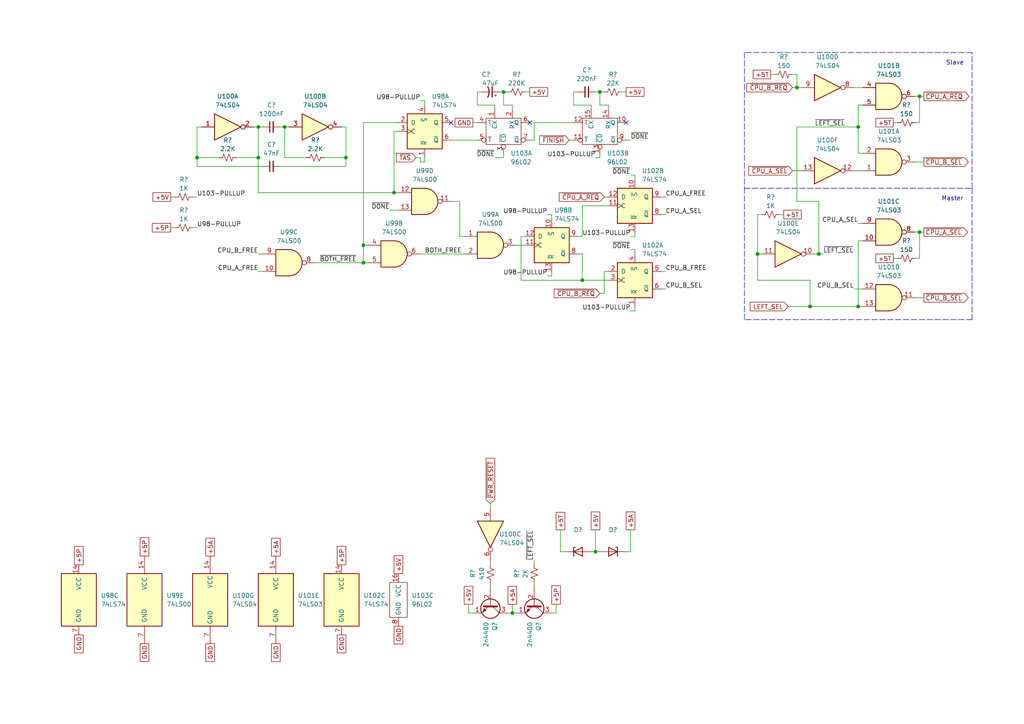
<source format=kicad_sch>
(kicad_sch (version 20211123) (generator eeschema)
  (paper "A4")
  (lib_symbols
    (symbol "74xx:74LS00" (pin_names (offset 1.016))
      (property "Reference" "U" (at 0 1.27 0))
      (property "Value" "74LS00" (at 0 -1.27 0))
      (symbol "74LS00_1_1"
        (arc (start 0 -3.81) (mid 3.81 0) (end 0 3.81) (stroke (width 0.254)) (fill (type background)))
        (polyline (pts (xy 0 3.81) (xy -3.81 3.81) (xy -3.81 -3.81) (xy 0 -3.81)) (stroke (width 0.254)) (fill (type background)))
        (pin input line (at -7.62 2.54 0) (length 3.81) (name "~") (number "1"))
        (pin input line (at -7.62 -2.54 0) (length 3.81) (name "~") (number "2"))
        (pin output inverted (at 7.62 0 180) (length 3.81) (name "~") (number "3"))
      )
      (symbol "74LS00_1_2"
        (arc (start -3.81 -3.81) (mid -2.589 0) (end -3.81 3.81) (stroke (width 0.254)))
        (arc (start -0.6096 -3.81) (mid 2.1842 -2.5851) (end 3.81 0) (stroke (width 0.254)) (fill (type background)))
        (polyline (pts (xy -3.81 -3.81) (xy -0.635 -3.81)) (stroke (width 0.254)) (fill (type background)))
        (polyline (pts (xy -3.81 3.81) (xy -0.635 3.81)) (stroke (width 0.254)) (fill (type background)))
        (polyline (pts (xy -0.635 3.81) (xy -3.81 3.81) (xy -3.81 3.81) (xy -3.556 3.4036) (xy -3.0226 2.2606) (xy -2.6924 1.0414) (xy -2.6162 -0.254) (xy -2.7686 -1.4986) (xy -3.175 -2.7178) (xy -3.81 -3.81) (xy -3.81 -3.81) (xy -0.635 -3.81)) (stroke (width -25.4)) (fill (type background)))
        (arc (start 3.81 0) (mid 2.1915 2.5936) (end -0.6096 3.81) (stroke (width 0.254)) (fill (type background)))
        (pin input inverted (at -7.62 2.54 0) (length 4.318) (name "~") (number "1"))
        (pin input inverted (at -7.62 -2.54 0) (length 4.318) (name "~") (number "2"))
        (pin output line (at 7.62 0 180) (length 3.81) (name "~") (number "3"))
      )
      (symbol "74LS00_2_1"
        (arc (start 0 -3.81) (mid 3.81 0) (end 0 3.81) (stroke (width 0.254)) (fill (type background)))
        (polyline (pts (xy 0 3.81) (xy -3.81 3.81) (xy -3.81 -3.81) (xy 0 -3.81)) (stroke (width 0.254)) (fill (type background)))
        (pin input line (at -7.62 2.54 0) (length 3.81) (name "~") (number "4"))
        (pin input line (at -7.62 -2.54 0) (length 3.81) (name "~") (number "5"))
        (pin output inverted (at 7.62 0 180) (length 3.81) (name "~") (number "6"))
      )
      (symbol "74LS00_2_2"
        (arc (start -3.81 -3.81) (mid -2.589 0) (end -3.81 3.81) (stroke (width 0.254)))
        (arc (start -0.6096 -3.81) (mid 2.1842 -2.5851) (end 3.81 0) (stroke (width 0.254)) (fill (type background)))
        (polyline (pts (xy -3.81 -3.81) (xy -0.635 -3.81)) (stroke (width 0.254)) (fill (type background)))
        (polyline (pts (xy -3.81 3.81) (xy -0.635 3.81)) (stroke (width 0.254)) (fill (type background)))
        (polyline (pts (xy -0.635 3.81) (xy -3.81 3.81) (xy -3.81 3.81) (xy -3.556 3.4036) (xy -3.0226 2.2606) (xy -2.6924 1.0414) (xy -2.6162 -0.254) (xy -2.7686 -1.4986) (xy -3.175 -2.7178) (xy -3.81 -3.81) (xy -3.81 -3.81) (xy -0.635 -3.81)) (stroke (width -25.4)) (fill (type background)))
        (arc (start 3.81 0) (mid 2.1915 2.5936) (end -0.6096 3.81) (stroke (width 0.254)) (fill (type background)))
        (pin input inverted (at -7.62 2.54 0) (length 4.318) (name "~") (number "4"))
        (pin input inverted (at -7.62 -2.54 0) (length 4.318) (name "~") (number "5"))
        (pin output line (at 7.62 0 180) (length 3.81) (name "~") (number "6"))
      )
      (symbol "74LS00_3_1"
        (arc (start 0 -3.81) (mid 3.81 0) (end 0 3.81) (stroke (width 0.254)) (fill (type background)))
        (polyline (pts (xy 0 3.81) (xy -3.81 3.81) (xy -3.81 -3.81) (xy 0 -3.81)) (stroke (width 0.254)) (fill (type background)))
        (pin input line (at -7.62 -2.54 0) (length 3.81) (name "~") (number "10"))
        (pin output inverted (at 7.62 0 180) (length 3.81) (name "~") (number "8"))
        (pin input line (at -7.62 2.54 0) (length 3.81) (name "~") (number "9"))
      )
      (symbol "74LS00_3_2"
        (arc (start -3.81 -3.81) (mid -2.589 0) (end -3.81 3.81) (stroke (width 0.254)))
        (arc (start -0.6096 -3.81) (mid 2.1842 -2.5851) (end 3.81 0) (stroke (width 0.254)) (fill (type background)))
        (polyline (pts (xy -3.81 -3.81) (xy -0.635 -3.81)) (stroke (width 0.254)) (fill (type background)))
        (polyline (pts (xy -3.81 3.81) (xy -0.635 3.81)) (stroke (width 0.254)) (fill (type background)))
        (polyline (pts (xy -0.635 3.81) (xy -3.81 3.81) (xy -3.81 3.81) (xy -3.556 3.4036) (xy -3.0226 2.2606) (xy -2.6924 1.0414) (xy -2.6162 -0.254) (xy -2.7686 -1.4986) (xy -3.175 -2.7178) (xy -3.81 -3.81) (xy -3.81 -3.81) (xy -0.635 -3.81)) (stroke (width -25.4)) (fill (type background)))
        (arc (start 3.81 0) (mid 2.1915 2.5936) (end -0.6096 3.81) (stroke (width 0.254)) (fill (type background)))
        (pin input inverted (at -7.62 -2.54 0) (length 4.318) (name "~") (number "10"))
        (pin output line (at 7.62 0 180) (length 3.81) (name "~") (number "8"))
        (pin input inverted (at -7.62 2.54 0) (length 4.318) (name "~") (number "9"))
      )
      (symbol "74LS00_4_1"
        (arc (start 0 -3.81) (mid 3.81 0) (end 0 3.81) (stroke (width 0.254)) (fill (type background)))
        (polyline (pts (xy 0 3.81) (xy -3.81 3.81) (xy -3.81 -3.81) (xy 0 -3.81)) (stroke (width 0.254)) (fill (type background)))
        (pin output inverted (at 7.62 0 180) (length 3.81) (name "~") (number "11"))
        (pin input line (at -7.62 2.54 0) (length 3.81) (name "~") (number "12"))
        (pin input line (at -7.62 -2.54 0) (length 3.81) (name "~") (number "13"))
      )
      (symbol "74LS00_4_2"
        (arc (start -3.81 -3.81) (mid -2.589 0) (end -3.81 3.81) (stroke (width 0.254)))
        (arc (start -0.6096 -3.81) (mid 2.1842 -2.5851) (end 3.81 0) (stroke (width 0.254)) (fill (type background)))
        (polyline (pts (xy -3.81 -3.81) (xy -0.635 -3.81)) (stroke (width 0.254)) (fill (type background)))
        (polyline (pts (xy -3.81 3.81) (xy -0.635 3.81)) (stroke (width 0.254)) (fill (type background)))
        (polyline (pts (xy -0.635 3.81) (xy -3.81 3.81) (xy -3.81 3.81) (xy -3.556 3.4036) (xy -3.0226 2.2606) (xy -2.6924 1.0414) (xy -2.6162 -0.254) (xy -2.7686 -1.4986) (xy -3.175 -2.7178) (xy -3.81 -3.81) (xy -3.81 -3.81) (xy -0.635 -3.81)) (stroke (width -25.4)) (fill (type background)))
        (arc (start 3.81 0) (mid 2.1915 2.5936) (end -0.6096 3.81) (stroke (width 0.254)) (fill (type background)))
        (pin output line (at 7.62 0 180) (length 3.81) (name "~") (number "11"))
        (pin input inverted (at -7.62 2.54 0) (length 4.318) (name "~") (number "12"))
        (pin input inverted (at -7.62 -2.54 0) (length 4.318) (name "~") (number "13"))
      )
      (symbol "74LS00_5_0"
        (pin power_in line (at 0 12.7 270) (length 5.08) (name "VCC") (number "14"))
        (pin power_in line (at 0 -12.7 90) (length 5.08) (name "GND") (number "7"))
      )
      (symbol "74LS00_5_1"
        (rectangle (start -5.08 7.62) (end 5.08 -7.62) (stroke (width 0.254)) (fill (type background)))
      )
    )
    (symbol "74xx:74LS03" (pin_names (offset 1.016))
      (property "Reference" "U" (at 0 1.27 0))
      (property "Value" "74LS03" (at 0 -1.27 0))
      (symbol "74LS03_1_1"
        (arc (start 0 -3.81) (mid 3.81 0) (end 0 3.81) (stroke (width 0.254)) (fill (type background)))
        (polyline (pts (xy 0 3.81) (xy -3.81 3.81) (xy -3.81 -3.81) (xy 0 -3.81)) (stroke (width 0.254)) (fill (type background)))
        (pin input line (at -7.62 2.54 0) (length 3.81) (name "~") (number "1"))
        (pin input line (at -7.62 -2.54 0) (length 3.81) (name "~") (number "2"))
        (pin open_collector inverted (at 7.62 0 180) (length 3.81) (name "~") (number "3"))
      )
      (symbol "74LS03_1_2"
        (arc (start -3.81 -3.81) (mid -2.589 0) (end -3.81 3.81) (stroke (width 0.254)))
        (arc (start -0.6096 -3.81) (mid 2.1842 -2.5851) (end 3.81 0) (stroke (width 0.254)) (fill (type background)))
        (polyline (pts (xy -3.81 -3.81) (xy -0.635 -3.81)) (stroke (width 0.254)) (fill (type background)))
        (polyline (pts (xy -3.81 3.81) (xy -0.635 3.81)) (stroke (width 0.254)) (fill (type background)))
        (polyline (pts (xy -0.635 3.81) (xy -3.81 3.81) (xy -3.81 3.81) (xy -3.556 3.4036) (xy -3.0226 2.2606) (xy -2.6924 1.0414) (xy -2.6162 -0.254) (xy -2.7686 -1.4986) (xy -3.175 -2.7178) (xy -3.81 -3.81) (xy -3.81 -3.81) (xy -0.635 -3.81)) (stroke (width -25.4)) (fill (type background)))
        (arc (start 3.81 0) (mid 2.1915 2.5936) (end -0.6096 3.81) (stroke (width 0.254)) (fill (type background)))
        (pin input inverted (at -7.62 2.54 0) (length 4.318) (name "~") (number "1"))
        (pin input inverted (at -7.62 -2.54 0) (length 4.318) (name "~") (number "2"))
        (pin open_collector line (at 7.62 0 180) (length 3.81) (name "~") (number "3"))
      )
      (symbol "74LS03_2_1"
        (arc (start 0 -3.81) (mid 3.81 0) (end 0 3.81) (stroke (width 0.254)) (fill (type background)))
        (polyline (pts (xy 0 3.81) (xy -3.81 3.81) (xy -3.81 -3.81) (xy 0 -3.81)) (stroke (width 0.254)) (fill (type background)))
        (pin input line (at -7.62 2.54 0) (length 3.81) (name "~") (number "4"))
        (pin input line (at -7.62 -2.54 0) (length 3.81) (name "~") (number "5"))
        (pin open_collector inverted (at 7.62 0 180) (length 3.81) (name "~") (number "6"))
      )
      (symbol "74LS03_2_2"
        (arc (start -3.81 -3.81) (mid -2.589 0) (end -3.81 3.81) (stroke (width 0.254)))
        (arc (start -0.6096 -3.81) (mid 2.1842 -2.5851) (end 3.81 0) (stroke (width 0.254)) (fill (type background)))
        (polyline (pts (xy -3.81 -3.81) (xy -0.635 -3.81)) (stroke (width 0.254)) (fill (type background)))
        (polyline (pts (xy -3.81 3.81) (xy -0.635 3.81)) (stroke (width 0.254)) (fill (type background)))
        (polyline (pts (xy -0.635 3.81) (xy -3.81 3.81) (xy -3.81 3.81) (xy -3.556 3.4036) (xy -3.0226 2.2606) (xy -2.6924 1.0414) (xy -2.6162 -0.254) (xy -2.7686 -1.4986) (xy -3.175 -2.7178) (xy -3.81 -3.81) (xy -3.81 -3.81) (xy -0.635 -3.81)) (stroke (width -25.4)) (fill (type background)))
        (arc (start 3.81 0) (mid 2.1915 2.5936) (end -0.6096 3.81) (stroke (width 0.254)) (fill (type background)))
        (pin input inverted (at -7.62 2.54 0) (length 4.318) (name "~") (number "4"))
        (pin input inverted (at -7.62 -2.54 0) (length 4.318) (name "~") (number "5"))
        (pin open_collector line (at 7.62 0 180) (length 3.81) (name "~") (number "6"))
      )
      (symbol "74LS03_3_1"
        (arc (start 0 -3.81) (mid 3.81 0) (end 0 3.81) (stroke (width 0.254)) (fill (type background)))
        (polyline (pts (xy 0 3.81) (xy -3.81 3.81) (xy -3.81 -3.81) (xy 0 -3.81)) (stroke (width 0.254)) (fill (type background)))
        (pin input line (at -7.62 -2.54 0) (length 3.81) (name "~") (number "10"))
        (pin open_collector inverted (at 7.62 0 180) (length 3.81) (name "~") (number "8"))
        (pin input line (at -7.62 2.54 0) (length 3.81) (name "~") (number "9"))
      )
      (symbol "74LS03_3_2"
        (arc (start -3.81 -3.81) (mid -2.589 0) (end -3.81 3.81) (stroke (width 0.254)))
        (arc (start -0.6096 -3.81) (mid 2.1842 -2.5851) (end 3.81 0) (stroke (width 0.254)) (fill (type background)))
        (polyline (pts (xy -3.81 -3.81) (xy -0.635 -3.81)) (stroke (width 0.254)) (fill (type background)))
        (polyline (pts (xy -3.81 3.81) (xy -0.635 3.81)) (stroke (width 0.254)) (fill (type background)))
        (polyline (pts (xy -0.635 3.81) (xy -3.81 3.81) (xy -3.81 3.81) (xy -3.556 3.4036) (xy -3.0226 2.2606) (xy -2.6924 1.0414) (xy -2.6162 -0.254) (xy -2.7686 -1.4986) (xy -3.175 -2.7178) (xy -3.81 -3.81) (xy -3.81 -3.81) (xy -0.635 -3.81)) (stroke (width -25.4)) (fill (type background)))
        (arc (start 3.81 0) (mid 2.1915 2.5936) (end -0.6096 3.81) (stroke (width 0.254)) (fill (type background)))
        (pin input inverted (at -7.62 -2.54 0) (length 4.318) (name "~") (number "10"))
        (pin open_collector line (at 7.62 0 180) (length 3.81) (name "~") (number "8"))
        (pin input inverted (at -7.62 2.54 0) (length 4.318) (name "~") (number "9"))
      )
      (symbol "74LS03_4_1"
        (arc (start 0 -3.81) (mid 3.81 0) (end 0 3.81) (stroke (width 0.254)) (fill (type background)))
        (polyline (pts (xy 0 3.81) (xy -3.81 3.81) (xy -3.81 -3.81) (xy 0 -3.81)) (stroke (width 0.254)) (fill (type background)))
        (pin open_collector inverted (at 7.62 0 180) (length 3.81) (name "~") (number "11"))
        (pin input line (at -7.62 2.54 0) (length 3.81) (name "~") (number "12"))
        (pin input line (at -7.62 -2.54 0) (length 3.81) (name "~") (number "13"))
      )
      (symbol "74LS03_4_2"
        (arc (start -3.81 -3.81) (mid -2.589 0) (end -3.81 3.81) (stroke (width 0.254)))
        (arc (start -0.6096 -3.81) (mid 2.1842 -2.5851) (end 3.81 0) (stroke (width 0.254)) (fill (type background)))
        (polyline (pts (xy -3.81 -3.81) (xy -0.635 -3.81)) (stroke (width 0.254)) (fill (type background)))
        (polyline (pts (xy -3.81 3.81) (xy -0.635 3.81)) (stroke (width 0.254)) (fill (type background)))
        (polyline (pts (xy -0.635 3.81) (xy -3.81 3.81) (xy -3.81 3.81) (xy -3.556 3.4036) (xy -3.0226 2.2606) (xy -2.6924 1.0414) (xy -2.6162 -0.254) (xy -2.7686 -1.4986) (xy -3.175 -2.7178) (xy -3.81 -3.81) (xy -3.81 -3.81) (xy -0.635 -3.81)) (stroke (width -25.4)) (fill (type background)))
        (arc (start 3.81 0) (mid 2.1915 2.5936) (end -0.6096 3.81) (stroke (width 0.254)) (fill (type background)))
        (pin open_collector line (at 7.62 0 180) (length 3.81) (name "~") (number "11"))
        (pin input inverted (at -7.62 2.54 0) (length 4.318) (name "~") (number "12"))
        (pin input inverted (at -7.62 -2.54 0) (length 4.318) (name "~") (number "13"))
      )
      (symbol "74LS03_5_0"
        (pin power_in line (at 0 12.7 270) (length 5.08) (name "VCC") (number "14"))
        (pin power_in line (at 0 -12.7 90) (length 5.08) (name "GND") (number "7"))
      )
      (symbol "74LS03_5_1"
        (rectangle (start -5.08 7.62) (end 5.08 -7.62) (stroke (width 0.254)) (fill (type background)))
      )
    )
    (symbol "74xx:74LS04"
      (property "Reference" "U" (at 0 1.27 0))
      (property "Value" "74LS04" (at 0 -1.27 0))
      (symbol "74LS04_1_0"
        (polyline (pts (xy -3.81 3.81) (xy -3.81 -3.81) (xy 3.81 0) (xy -3.81 3.81)) (stroke (width 0.254)) (fill (type background)))
        (pin input line (at -7.62 0 0) (length 3.81) (name "~") (number "1"))
        (pin output inverted (at 7.62 0 180) (length 3.81) (name "~") (number "2"))
      )
      (symbol "74LS04_2_0"
        (polyline (pts (xy -3.81 3.81) (xy -3.81 -3.81) (xy 3.81 0) (xy -3.81 3.81)) (stroke (width 0.254)) (fill (type background)))
        (pin input line (at -7.62 0 0) (length 3.81) (name "~") (number "3"))
        (pin output inverted (at 7.62 0 180) (length 3.81) (name "~") (number "4"))
      )
      (symbol "74LS04_3_0"
        (polyline (pts (xy -3.81 3.81) (xy -3.81 -3.81) (xy 3.81 0) (xy -3.81 3.81)) (stroke (width 0.254)) (fill (type background)))
        (pin input line (at -7.62 0 0) (length 3.81) (name "~") (number "5"))
        (pin output inverted (at 7.62 0 180) (length 3.81) (name "~") (number "6"))
      )
      (symbol "74LS04_4_0"
        (polyline (pts (xy -3.81 3.81) (xy -3.81 -3.81) (xy 3.81 0) (xy -3.81 3.81)) (stroke (width 0.254)) (fill (type background)))
        (pin output inverted (at 7.62 0 180) (length 3.81) (name "~") (number "8"))
        (pin input line (at -7.62 0 0) (length 3.81) (name "~") (number "9"))
      )
      (symbol "74LS04_5_0"
        (polyline (pts (xy -3.81 3.81) (xy -3.81 -3.81) (xy 3.81 0) (xy -3.81 3.81)) (stroke (width 0.254)) (fill (type background)))
        (pin output inverted (at 7.62 0 180) (length 3.81) (name "~") (number "10"))
        (pin input line (at -7.62 0 0) (length 3.81) (name "~") (number "11"))
      )
      (symbol "74LS04_6_0"
        (polyline (pts (xy -3.81 3.81) (xy -3.81 -3.81) (xy 3.81 0) (xy -3.81 3.81)) (stroke (width 0.254)) (fill (type background)))
        (pin output inverted (at 7.62 0 180) (length 3.81) (name "~") (number "12"))
        (pin input line (at -7.62 0 0) (length 3.81) (name "~") (number "13"))
      )
      (symbol "74LS04_7_0"
        (pin power_in line (at 0 12.7 270) (length 5.08) (name "VCC") (number "14"))
        (pin power_in line (at 0 -12.7 90) (length 5.08) (name "GND") (number "7"))
      )
      (symbol "74LS04_7_1"
        (rectangle (start -5.08 7.62) (end 5.08 -7.62) (stroke (width 0.254)) (fill (type background)))
      )
    )
    (symbol "74xx:74LS74" (pin_names (offset 1.016))
      (property "Reference" "U" (at -7.62 8.89 0))
      (property "Value" "74LS74" (at -7.62 -8.89 0))
      (symbol "74LS74_1_0"
        (pin input line (at 0 -7.62 90) (length 2.54) (name "~{R}") (number "1"))
        (pin input line (at -7.62 2.54 0) (length 2.54) (name "D") (number "2"))
        (pin input clock (at -7.62 0 0) (length 2.54) (name "C") (number "3"))
        (pin input line (at 0 7.62 270) (length 2.54) (name "~{S}") (number "4"))
        (pin output line (at 7.62 2.54 180) (length 2.54) (name "Q") (number "5"))
        (pin output line (at 7.62 -2.54 180) (length 2.54) (name "~{Q}") (number "6"))
      )
      (symbol "74LS74_1_1"
        (rectangle (start -5.08 5.08) (end 5.08 -5.08) (stroke (width 0.254)) (fill (type background)))
      )
      (symbol "74LS74_2_0"
        (pin input line (at 0 7.62 270) (length 2.54) (name "~{S}") (number "10"))
        (pin input clock (at -7.62 0 0) (length 2.54) (name "C") (number "11"))
        (pin input line (at -7.62 2.54 0) (length 2.54) (name "D") (number "12"))
        (pin input line (at 0 -7.62 90) (length 2.54) (name "~{R}") (number "13"))
        (pin output line (at 7.62 -2.54 180) (length 2.54) (name "~{Q}") (number "8"))
        (pin output line (at 7.62 2.54 180) (length 2.54) (name "Q") (number "9"))
      )
      (symbol "74LS74_2_1"
        (rectangle (start -5.08 5.08) (end 5.08 -5.08) (stroke (width 0.254)) (fill (type background)))
      )
      (symbol "74LS74_3_0"
        (pin power_in line (at 0 10.16 270) (length 2.54) (name "VCC") (number "14"))
        (pin power_in line (at 0 -10.16 90) (length 2.54) (name "GND") (number "7"))
      )
      (symbol "74LS74_3_1"
        (rectangle (start -5.08 7.62) (end 5.08 -7.62) (stroke (width 0.254)) (fill (type background)))
      )
    )
    (symbol "Data General:96L02"
      (property "Reference" "U" (at 3.81 6.35 0))
      (property "Value" "96L02" (at 6.35 -3.81 0))
      (symbol "96L02_1_1"
        (rectangle (start -5.08 5.08) (end 5.08 -2.54))
        (pin passive line (at -2.54 7.62 270) (length 2.54) (name "CX") (number "1"))
        (pin passive line (at 2.54 7.62 270) (length 2.54) (name "RX") (number "2"))
        (pin input inverted (at 0 -5.08 90) (length 2.54) (name "~{CD}") (number "3"))
        (pin input line (at -7.62 3.81 0) (length 2.54) (name "T") (number "4"))
        (pin input inverted (at -7.62 -1.27 0) (length 2.54) (name "~{T}") (number "5"))
        (pin output line (at 7.62 3.81 180) (length 2.54) (name "Q") (number "6"))
        (pin output inverted (at 7.62 -1.27 180) (length 2.54) (name "~{Q}") (number "7"))
      )
      (symbol "96L02_2_1"
        (rectangle (start -5.08 5.08) (end 5.08 -2.54))
        (pin output line (at 7.62 3.81 180) (length 2.54) (name "Q") (number "10"))
        (pin input inverted (at -7.62 -1.27 0) (length 2.54) (name "~{T}") (number "11"))
        (pin input line (at -7.62 3.81 0) (length 2.54) (name "T") (number "12"))
        (pin input inverted (at 0 -5.08 90) (length 2.54) (name "~{CD}") (number "13"))
        (pin passive line (at 2.54 7.62 270) (length 2.54) (name "RX") (number "14"))
        (pin passive line (at -2.54 7.62 270) (length 2.54) (name "CX") (number "15"))
        (pin output inverted (at 7.62 -1.27 180) (length 2.54) (name "~{Q}") (number "9"))
      )
      (symbol "96L02_3_1"
        (rectangle (start -2.54 5.08) (end 2.54 -5.08))
        (pin power_in line (at 0 7.62 270) (length 2.54) (name "VCC") (number "16"))
        (pin passive line (at 0 -7.62 90) (length 2.54) (name "GND") (number "8"))
      )
    )
    (symbol "Device:C_Polarized_Small_US" (pin_numbers hide) (pin_names (offset 0.254) hide)
      (property "Reference" "C" (at 0.254 1.778 0))
      (property "Value" "C_Polarized_Small_US" (at 0.254 -2.032 0))
      (symbol "C_Polarized_Small_US_0_1"
        (polyline (pts (xy -1.524 0.508) (xy 1.524 0.508)) (stroke (width 0.3048)))
        (polyline (pts (xy -1.27 1.524) (xy -0.762 1.524)))
        (polyline (pts (xy -1.016 1.27) (xy -1.016 1.778)))
        (arc (start 1.524 -0.762) (mid 0 -0.3734) (end -1.524 -0.762) (stroke (width 0.3048)))
      )
      (symbol "C_Polarized_Small_US_1_1"
        (pin passive line (at 0 2.54 270) (length 2.032) (name "~") (number "1"))
        (pin passive line (at 0 -2.54 90) (length 2.032) (name "~") (number "2"))
      )
    )
    (symbol "Device:C_Small" (pin_numbers hide) (pin_names (offset 0.254) hide)
      (property "Reference" "C" (at 0.254 1.778 0))
      (property "Value" "C_Small" (at 0.254 -2.032 0))
      (symbol "C_Small_0_1"
        (polyline (pts (xy -1.524 -0.508) (xy 1.524 -0.508)) (stroke (width 0.3302)))
        (polyline (pts (xy -1.524 0.508) (xy 1.524 0.508)) (stroke (width 0.3048)))
      )
      (symbol "C_Small_1_1"
        (pin passive line (at 0 2.54 270) (length 2.032) (name "~") (number "1"))
        (pin passive line (at 0 -2.54 90) (length 2.032) (name "~") (number "2"))
      )
    )
    (symbol "Device:D_Zener" (pin_numbers hide) (pin_names (offset 1.016) hide)
      (property "Reference" "D" (at 0 2.54 0))
      (property "Value" "D_Zener" (at 0 -2.54 0))
      (symbol "D_Zener_0_1"
        (polyline (pts (xy 1.27 0) (xy -1.27 0)))
        (polyline (pts (xy -1.27 -1.27) (xy -1.27 1.27) (xy -0.762 1.27)) (stroke (width 0.254)))
        (polyline (pts (xy 1.27 -1.27) (xy 1.27 1.27) (xy -1.27 0) (xy 1.27 -1.27)) (stroke (width 0.254)))
      )
      (symbol "D_Zener_1_1"
        (pin passive line (at -3.81 0 0) (length 2.54) (name "K") (number "1"))
        (pin passive line (at 3.81 0 180) (length 2.54) (name "A") (number "2"))
      )
    )
    (symbol "Device:Q_NPN_EBC" (pin_names (offset 0) hide)
      (property "Reference" "Q" (at 5.08 1.27 0))
      (property "Value" "Q_NPN_EBC" (at 5.08 -1.27 0))
      (symbol "Q_NPN_EBC_0_1"
        (polyline (pts (xy 0.635 0.635) (xy 2.54 2.54)))
        (polyline (pts (xy 0.635 -0.635) (xy 2.54 -2.54) (xy 2.54 -2.54)))
        (polyline (pts (xy 0.635 1.905) (xy 0.635 -1.905) (xy 0.635 -1.905)) (stroke (width 0.508)))
        (polyline (pts (xy 1.27 -1.778) (xy 1.778 -1.27) (xy 2.286 -2.286) (xy 1.27 -1.778) (xy 1.27 -1.778)) (fill (type outline)))
        (circle (center 1.27 0) (radius 2.8194) (stroke (width 0.254)))
      )
      (symbol "Q_NPN_EBC_1_1"
        (pin passive line (at 2.54 -5.08 90) (length 2.54) (name "E") (number "1"))
        (pin passive line (at -5.08 0 0) (length 5.715) (name "B") (number "2"))
        (pin passive line (at 2.54 5.08 270) (length 2.54) (name "C") (number "3"))
      )
    )
    (symbol "Device:R_Small_US" (pin_numbers hide) (pin_names (offset 0.254) hide)
      (property "Reference" "R" (at 0.762 0.508 0))
      (property "Value" "R_Small_US" (at 0.762 -1.016 0))
      (symbol "R_Small_US_1_1"
        (polyline (pts (xy 0 0) (xy 1.016 -0.381) (xy 0 -0.762) (xy -1.016 -1.143) (xy 0 -1.524)))
        (polyline (pts (xy 0 1.524) (xy 1.016 1.143) (xy 0 0.762) (xy -1.016 0.381) (xy 0 0)))
        (pin passive line (at 0 2.54 270) (length 1.016) (name "~") (number "1"))
        (pin passive line (at 0 -2.54 90) (length 1.016) (name "~") (number "2"))
      )
    )
  )
  (junction (at 74.93 45.72))
  (junction (at 168.91 81.28))
  (junction (at 146.05 26.67))
  (junction (at 82.55 36.83))
  (junction (at 248.92 88.9))
  (junction (at 114.3 55.88))
  (junction (at 172.72 160.02))
  (junction (at 234.95 88.9))
  (junction (at 231.14 25.4))
  (junction (at 248.92 36.83))
  (junction (at 173.99 26.67))
  (junction (at 105.41 71.12))
  (junction (at 266.7 67.31))
  (junction (at 74.93 36.83))
  (junction (at 237.49 73.66))
  (junction (at 100.33 45.72))
  (junction (at 266.7 27.94))
  (junction (at 219.71 73.66))
  (junction (at 57.15 45.72))
  (junction (at 105.41 76.2))
  (junction (at 148.59 177.8))
  (no_connect (at 181.61 35.56))
  (no_connect (at 130.81 35.56))
  (no_connect (at 153.67 35.56))
  (wire (pts (xy 191.77 57.15) (xy 193.04 57.15)))
  (wire (pts (xy 158.75 80.01) (xy 160.02 80.01)))
  (wire (pts (xy 146.05 30.48) (xy 148.59 30.48)))
  (wire (pts (xy 229.87 25.4) (xy 231.14 25.4)))
  (wire (pts (xy 191.77 62.23) (xy 193.04 62.23)))
  (wire (pts (xy 265.43 74.93) (xy 266.7 74.93)))
  (wire (pts (xy 63.5 45.72) (xy 57.15 45.72)))
  (wire (pts (xy 248.92 88.9) (xy 250.19 88.9)))
  (polyline (pts (xy 215.9 92.71) (xy 215.9 54.61)))
  (wire (pts (xy 223.52 21.59) (xy 224.79 21.59)))
  (wire (pts (xy 57.15 36.83) (xy 58.42 36.83)))
  (wire (pts (xy 162.56 153.67) (xy 162.56 160.02)))
  (wire (pts (xy 219.71 73.66) (xy 219.71 81.28)))
  (wire (pts (xy 182.88 40.64) (xy 181.61 40.64)))
  (wire (pts (xy 73.66 36.83) (xy 74.93 36.83)))
  (wire (pts (xy 247.65 25.4) (xy 250.19 25.4)))
  (wire (pts (xy 267.97 86.36) (xy 265.43 86.36)))
  (wire (pts (xy 154.94 162.56) (xy 154.94 163.83)))
  (wire (pts (xy 160.02 80.01) (xy 160.02 78.74)))
  (wire (pts (xy 105.41 76.2) (xy 106.68 76.2)))
  (wire (pts (xy 135.89 177.8) (xy 135.89 175.26)))
  (wire (pts (xy 146.05 45.72) (xy 143.51 45.72)))
  (wire (pts (xy 182.88 160.02) (xy 181.61 160.02)))
  (wire (pts (xy 228.6 88.9) (xy 234.95 88.9)))
  (wire (pts (xy 151.13 81.28) (xy 151.13 68.58)))
  (wire (pts (xy 151.13 68.58) (xy 152.4 68.58)))
  (wire (pts (xy 142.24 146.05) (xy 142.24 147.32)))
  (wire (pts (xy 231.14 58.42) (xy 231.14 36.83)))
  (wire (pts (xy 74.93 45.72) (xy 74.93 55.88)))
  (polyline (pts (xy 281.94 54.61) (xy 281.94 92.71)))
  (wire (pts (xy 114.3 38.1) (xy 115.57 38.1)))
  (wire (pts (xy 146.05 44.45) (xy 146.05 45.72)))
  (wire (pts (xy 99.06 36.83) (xy 100.33 36.83)))
  (wire (pts (xy 184.15 72.39) (xy 184.15 73.66)))
  (polyline (pts (xy 281.94 15.24) (xy 215.9 15.24)))
  (wire (pts (xy 173.99 160.02) (xy 172.72 160.02)))
  (polyline (pts (xy 215.9 54.61) (xy 281.94 54.61)))
  (wire (pts (xy 191.77 78.74) (xy 193.04 78.74)))
  (wire (pts (xy 55.88 66.04) (xy 57.15 66.04)))
  (wire (pts (xy 266.7 74.93) (xy 266.7 67.31)))
  (wire (pts (xy 248.92 69.85) (xy 250.19 69.85)))
  (wire (pts (xy 153.67 40.64) (xy 154.94 40.64)))
  (wire (pts (xy 158.75 62.23) (xy 160.02 62.23)))
  (wire (pts (xy 266.7 67.31) (xy 265.43 67.31)))
  (wire (pts (xy 167.64 73.66) (xy 168.91 73.66)))
  (wire (pts (xy 74.93 36.83) (xy 74.93 45.72)))
  (wire (pts (xy 143.51 30.48) (xy 143.51 31.75)))
  (wire (pts (xy 168.91 81.28) (xy 151.13 81.28)))
  (wire (pts (xy 143.51 30.48) (xy 138.43 30.48)))
  (wire (pts (xy 247.65 83.82) (xy 250.19 83.82)))
  (wire (pts (xy 114.3 55.88) (xy 115.57 55.88)))
  (wire (pts (xy 160.02 62.23) (xy 160.02 63.5)))
  (wire (pts (xy 265.43 35.56) (xy 266.7 35.56)))
  (wire (pts (xy 74.93 45.72) (xy 68.58 45.72)))
  (wire (pts (xy 105.41 71.12) (xy 105.41 76.2)))
  (wire (pts (xy 173.99 85.09) (xy 175.26 85.09)))
  (wire (pts (xy 172.72 45.72) (xy 173.99 45.72)))
  (wire (pts (xy 106.68 71.12) (xy 105.41 71.12)))
  (wire (pts (xy 130.81 40.64) (xy 138.43 40.64)))
  (wire (pts (xy 182.88 72.39) (xy 184.15 72.39)))
  (wire (pts (xy 175.26 57.15) (xy 176.53 57.15)))
  (wire (pts (xy 149.86 177.8) (xy 148.59 177.8)))
  (wire (pts (xy 231.14 21.59) (xy 231.14 25.4)))
  (wire (pts (xy 259.08 74.93) (xy 260.35 74.93)))
  (wire (pts (xy 149.86 71.12) (xy 152.4 71.12)))
  (wire (pts (xy 234.95 88.9) (xy 248.92 88.9)))
  (wire (pts (xy 137.16 35.56) (xy 138.43 35.56)))
  (wire (pts (xy 161.29 175.26) (xy 161.29 177.8)))
  (wire (pts (xy 166.37 26.67) (xy 167.64 26.67)))
  (wire (pts (xy 171.45 30.48) (xy 166.37 30.48)))
  (wire (pts (xy 167.64 68.58) (xy 168.91 68.58)))
  (wire (pts (xy 154.94 40.64) (xy 154.94 35.56)))
  (wire (pts (xy 237.49 73.66) (xy 236.22 73.66)))
  (wire (pts (xy 248.92 64.77) (xy 250.19 64.77)))
  (wire (pts (xy 182.88 90.17) (xy 184.15 90.17)))
  (wire (pts (xy 266.7 27.94) (xy 267.97 27.94)))
  (polyline (pts (xy 215.9 15.24) (xy 215.9 54.61)))
  (wire (pts (xy 227.33 62.23) (xy 226.06 62.23)))
  (wire (pts (xy 237.49 58.42) (xy 231.14 58.42)))
  (wire (pts (xy 49.53 66.04) (xy 50.8 66.04)))
  (wire (pts (xy 248.92 30.48) (xy 248.92 36.83)))
  (wire (pts (xy 121.92 46.99) (xy 123.19 46.99)))
  (wire (pts (xy 130.81 58.42) (xy 133.35 58.42)))
  (wire (pts (xy 55.88 57.15) (xy 57.15 57.15)))
  (wire (pts (xy 220.98 62.23) (xy 219.71 62.23)))
  (wire (pts (xy 238.76 73.66) (xy 237.49 73.66)))
  (wire (pts (xy 248.92 36.83) (xy 248.92 44.45)))
  (wire (pts (xy 138.43 26.67) (xy 139.7 26.67)))
  (wire (pts (xy 146.05 26.67) (xy 147.32 26.67)))
  (wire (pts (xy 153.67 26.67) (xy 152.4 26.67)))
  (wire (pts (xy 121.92 73.66) (xy 134.62 73.66)))
  (wire (pts (xy 181.61 26.67) (xy 180.34 26.67)))
  (wire (pts (xy 168.91 81.28) (xy 176.53 81.28)))
  (wire (pts (xy 162.56 160.02) (xy 163.83 160.02)))
  (wire (pts (xy 154.94 168.91) (xy 154.94 170.18)))
  (wire (pts (xy 113.03 60.96) (xy 115.57 60.96)))
  (wire (pts (xy 234.95 81.28) (xy 234.95 88.9)))
  (wire (pts (xy 219.71 62.23) (xy 219.71 73.66)))
  (wire (pts (xy 219.71 81.28) (xy 234.95 81.28)))
  (polyline (pts (xy 281.94 92.71) (xy 215.9 92.71)))
  (wire (pts (xy 172.72 26.67) (xy 173.99 26.67)))
  (wire (pts (xy 57.15 48.26) (xy 57.15 45.72)))
  (wire (pts (xy 171.45 31.75) (xy 171.45 30.48)))
  (wire (pts (xy 165.1 40.64) (xy 166.37 40.64)))
  (wire (pts (xy 142.24 162.56) (xy 142.24 163.83)))
  (wire (pts (xy 144.78 26.67) (xy 146.05 26.67)))
  (wire (pts (xy 100.33 36.83) (xy 100.33 45.72)))
  (wire (pts (xy 82.55 36.83) (xy 83.82 36.83)))
  (wire (pts (xy 172.72 160.02) (xy 171.45 160.02)))
  (wire (pts (xy 133.35 58.42) (xy 133.35 68.58)))
  (wire (pts (xy 74.93 55.88) (xy 114.3 55.88)))
  (wire (pts (xy 123.19 46.99) (xy 123.19 45.72)))
  (wire (pts (xy 146.05 26.67) (xy 146.05 30.48)))
  (wire (pts (xy 148.59 175.26) (xy 148.59 177.8)))
  (wire (pts (xy 137.16 177.8) (xy 135.89 177.8)))
  (wire (pts (xy 138.43 30.48) (xy 138.43 26.67)))
  (wire (pts (xy 142.24 168.91) (xy 142.24 170.18)))
  (wire (pts (xy 100.33 45.72) (xy 93.98 45.72)))
  (wire (pts (xy 173.99 45.72) (xy 173.99 44.45)))
  (wire (pts (xy 248.92 30.48) (xy 250.19 30.48)))
  (polyline (pts (xy 215.9 54.61) (xy 281.94 54.61)))
  (wire (pts (xy 49.53 57.15) (xy 50.8 57.15)))
  (wire (pts (xy 184.15 90.17) (xy 184.15 88.9)))
  (wire (pts (xy 120.65 45.72) (xy 121.92 45.72)))
  (wire (pts (xy 182.88 153.67) (xy 182.88 160.02)))
  (wire (pts (xy 105.41 71.12) (xy 105.41 35.56)))
  (wire (pts (xy 229.87 49.53) (xy 232.41 49.53)))
  (wire (pts (xy 184.15 68.58) (xy 184.15 67.31)))
  (wire (pts (xy 105.41 35.56) (xy 115.57 35.56)))
  (wire (pts (xy 231.14 36.83) (xy 248.92 36.83)))
  (wire (pts (xy 248.92 88.9) (xy 248.92 69.85)))
  (wire (pts (xy 267.97 46.99) (xy 265.43 46.99)))
  (wire (pts (xy 229.87 21.59) (xy 231.14 21.59)))
  (wire (pts (xy 248.92 44.45) (xy 250.19 44.45)))
  (wire (pts (xy 121.92 29.21) (xy 123.19 29.21)))
  (wire (pts (xy 266.7 35.56) (xy 266.7 27.94)))
  (wire (pts (xy 182.88 50.8) (xy 184.15 50.8)))
  (wire (pts (xy 100.33 45.72) (xy 100.33 48.26)))
  (wire (pts (xy 176.53 30.48) (xy 176.53 31.75)))
  (wire (pts (xy 182.88 68.58) (xy 184.15 68.58)))
  (wire (pts (xy 82.55 45.72) (xy 82.55 36.83)))
  (wire (pts (xy 123.19 29.21) (xy 123.19 30.48)))
  (wire (pts (xy 74.93 36.83) (xy 76.2 36.83)))
  (wire (pts (xy 166.37 30.48) (xy 166.37 26.67)))
  (wire (pts (xy 184.15 50.8) (xy 184.15 52.07)))
  (wire (pts (xy 161.29 177.8) (xy 160.02 177.8)))
  (wire (pts (xy 74.93 73.66) (xy 76.2 73.66)))
  (wire (pts (xy 220.98 73.66) (xy 219.71 73.66)))
  (polyline (pts (xy 281.94 54.61) (xy 281.94 15.24)))
  (wire (pts (xy 259.08 35.56) (xy 260.35 35.56)))
  (wire (pts (xy 76.2 78.74) (xy 74.93 78.74)))
  (wire (pts (xy 148.59 30.48) (xy 148.59 31.75)))
  (wire (pts (xy 133.35 68.58) (xy 134.62 68.58)))
  (wire (pts (xy 154.94 35.56) (xy 166.37 35.56)))
  (wire (pts (xy 247.65 49.53) (xy 250.19 49.53)))
  (wire (pts (xy 88.9 45.72) (xy 82.55 45.72)))
  (wire (pts (xy 168.91 59.69) (xy 176.53 59.69)))
  (wire (pts (xy 168.91 68.58) (xy 168.91 59.69)))
  (wire (pts (xy 173.99 26.67) (xy 173.99 30.48)))
  (wire (pts (xy 100.33 48.26) (xy 81.28 48.26)))
  (wire (pts (xy 172.72 153.67) (xy 172.72 160.02)))
  (wire (pts (xy 81.28 36.83) (xy 82.55 36.83)))
  (wire (pts (xy 57.15 45.72) (xy 57.15 36.83)))
  (wire (pts (xy 237.49 58.42) (xy 237.49 73.66)))
  (wire (pts (xy 176.53 78.74) (xy 175.26 78.74)))
  (wire (pts (xy 148.59 177.8) (xy 147.32 177.8)))
  (wire (pts (xy 114.3 38.1) (xy 114.3 55.88)))
  (wire (pts (xy 76.2 48.26) (xy 57.15 48.26)))
  (wire (pts (xy 173.99 26.67) (xy 175.26 26.67)))
  (wire (pts (xy 191.77 83.82) (xy 193.04 83.82)))
  (wire (pts (xy 173.99 30.48) (xy 176.53 30.48)))
  (wire (pts (xy 168.91 81.28) (xy 168.91 73.66)))
  (wire (pts (xy 175.26 78.74) (xy 175.26 85.09)))
  (wire (pts (xy 231.14 25.4) (xy 232.41 25.4)))
  (wire (pts (xy 266.7 67.31) (xy 267.97 67.31)))
  (wire (pts (xy 266.7 27.94) (xy 265.43 27.94)))
  (wire (pts (xy 121.92 45.72) (xy 121.92 46.99)))
  (wire (pts (xy 91.44 76.2) (xy 105.41 76.2)))
  (text "Slave" (at 274.32 19.05 0) (effects (font (size 1.27 1.27)) (justify left bottom)))
  (text "Master" (at 273.05 58.42 0) (effects (font (size 1.27 1.27)) (justify left bottom)))
  (label "~{LEFT_SEL}" (at 238.76 73.66 0))
  (label "CPU_B_SEL" (at 247.65 83.82 180))
  (label "CPU_A_FREE" (at 193.04 57.15 0))
  (label "BOTH_FREE" (at 123.19 73.66 0))
  (label "U98-PULLUP" (at 158.75 62.23 180))
  (label "CPU_B_FREE" (at 74.93 73.66 180))
  (label "CPU_B_SEL" (at 193.04 83.82 0))
  (label "~{DONE}" (at 182.88 72.39 180))
  (label "~{BOTH_FREE}" (at 92.71 76.2 0))
  (label "CPU_A_SEL" (at 248.92 64.77 180))
  (label "U103-PULLUP" (at 182.88 90.17 180))
  (label "U103-PULLUP" (at 172.72 45.72 180))
  (label "CPU_A_FREE" (at 74.93 78.74 180))
  (label "~{DONE}" (at 113.03 60.96 180))
  (label "~{LEFT_SEL}" (at 154.94 162.56 90))
  (label "CPU_A_SEL" (at 193.04 62.23 0))
  (label "~{DONE}" (at 182.88 40.64 0))
  (label "CPU_B_FREE" (at 193.04 78.74 0))
  (label "U98-PULLUP" (at 121.92 29.21 180))
  (label "U98-PULLUP" (at 158.75 80.01 180))
  (label "~{LEFT_SEL}" (at 245.11 36.83 180))
  (label "~{DONE}" (at 182.88 50.8 180))
  (label "~{DONE}" (at 143.51 45.72 180))
  (label "U103-PULLUP" (at 182.88 68.58 180))
  (label "U103-PULLUP" (at 57.15 57.15 0))
  (label "U98-PULLUP" (at 57.15 66.04 0))
  (global_label "~{PWR_RESET}" (shape input) (at 142.24 146.05 90) (property "Intersheet References" "${INTERSHEET_REFS}" (effects hide)))
  (global_label "+5P" (shape passive) (at 99.06 163.83 90) (property "Intersheet References" "${INTERSHEET_REFS}" (effects hide)))
  (global_label "+5V" (shape passive) (at 135.89 175.26 90) (property "Intersheet References" "${INTERSHEET_REFS}" (effects hide)))
  (global_label "+5P" (shape passive) (at 22.86 163.83 90) (property "Intersheet References" "${INTERSHEET_REFS}" (effects hide)))
  (global_label "+5A" (shape passive) (at 80.01 161.29 90) (property "Intersheet References" "${INTERSHEET_REFS}" (effects hide)))
  (global_label "+5V" (shape passive) (at 153.67 26.67 0) (property "Intersheet References" "${INTERSHEET_REFS}" (effects hide)))
  (global_label "~{CPU_A_REQ}" (shape output) (at 267.97 27.94 0) (property "Intersheet References" "${INTERSHEET_REFS}" (effects hide)))
  (global_label "+5V" (shape passive) (at 115.57 166.37 90) (property "Intersheet References" "${INTERSHEET_REFS}" (effects hide)))
  (global_label "+5T" (shape passive) (at 259.08 74.93 180) (property "Intersheet References" "${INTERSHEET_REFS}" (effects hide)))
  (global_label "~{FINISH}" (shape input) (at 165.1 40.64 180) (property "Intersheet References" "${INTERSHEET_REFS}" (effects hide)))
  (global_label "+5P" (shape passive) (at 49.53 66.04 180) (property "Intersheet References" "${INTERSHEET_REFS}" (effects hide)))
  (global_label "+5A" (shape passive) (at 148.59 175.26 90) (property "Intersheet References" "${INTERSHEET_REFS}" (effects hide)))
  (global_label "GND" (shape passive) (at 60.96 186.69 270) (property "Intersheet References" "${INTERSHEET_REFS}" (effects hide)))
  (global_label "+5A" (shape passive) (at 182.88 153.67 90) (property "Intersheet References" "${INTERSHEET_REFS}" (effects hide)))
  (global_label "~{CPU_A_REQ}" (shape input) (at 175.26 57.15 180) (property "Intersheet References" "${INTERSHEET_REFS}" (effects hide)))
  (global_label "GND" (shape passive) (at 80.01 186.69 270) (property "Intersheet References" "${INTERSHEET_REFS}" (effects hide)))
  (global_label "~{CPU_B_REQ}" (shape input) (at 173.99 85.09 180) (property "Intersheet References" "${INTERSHEET_REFS}" (effects hide)))
  (global_label "GND" (shape passive) (at 22.86 184.15 270) (property "Intersheet References" "${INTERSHEET_REFS}" (effects hide)))
  (global_label "~{CPU_A_SEL}" (shape output) (at 267.97 67.31 0) (property "Intersheet References" "${INTERSHEET_REFS}" (effects hide)))
  (global_label "~{CPU_B_SEL}" (shape output) (at 267.97 46.99 0) (property "Intersheet References" "${INTERSHEET_REFS}" (effects hide)))
  (global_label "GND" (shape passive) (at 99.06 184.15 270) (property "Intersheet References" "${INTERSHEET_REFS}" (effects hide)))
  (global_label "GND" (shape passive) (at 137.16 35.56 180) (property "Intersheet References" "${INTERSHEET_REFS}" (effects hide)))
  (global_label "GND" (shape passive) (at 41.91 186.69 270) (property "Intersheet References" "${INTERSHEET_REFS}" (effects hide)))
  (global_label "+5T" (shape passive) (at 162.56 153.67 90) (property "Intersheet References" "${INTERSHEET_REFS}" (effects hide)))
  (global_label "+5A" (shape passive) (at 60.96 161.29 90) (property "Intersheet References" "${INTERSHEET_REFS}" (effects hide)))
  (global_label "+5V" (shape passive) (at 49.53 57.15 180) (property "Intersheet References" "${INTERSHEET_REFS}" (effects hide)))
  (global_label "+5V" (shape passive) (at 172.72 153.67 90) (property "Intersheet References" "${INTERSHEET_REFS}" (effects hide)))
  (global_label "+5T" (shape passive) (at 223.52 21.59 180) (property "Intersheet References" "${INTERSHEET_REFS}" (effects hide)))
  (global_label "+5T" (shape passive) (at 227.33 62.23 0) (property "Intersheet References" "${INTERSHEET_REFS}" (effects hide)))
  (global_label "~{TAS}" (shape input) (at 120.65 45.72 180) (property "Intersheet References" "${INTERSHEET_REFS}" (effects hide)))
  (global_label "+5P" (shape passive) (at 41.91 161.29 90) (property "Intersheet References" "${INTERSHEET_REFS}" (effects hide)))
  (global_label "~{CPU_B_SEL}" (shape output) (at 267.97 86.36 0) (property "Intersheet References" "${INTERSHEET_REFS}" (effects hide)))
  (global_label "GND" (shape passive) (at 115.57 181.61 270) (property "Intersheet References" "${INTERSHEET_REFS}" (effects hide)))
  (global_label "LEFT_SEL" (shape input) (at 228.6 88.9 180) (property "Intersheet References" "${INTERSHEET_REFS}" (effects hide)))
  (global_label "~{CPU_B_REQ}" (shape input) (at 229.87 25.4 180) (property "Intersheet References" "${INTERSHEET_REFS}" (effects hide)))
  (global_label "+5V" (shape passive) (at 181.61 26.67 0) (property "Intersheet References" "${INTERSHEET_REFS}" (effects hide)))
  (global_label "+5T" (shape passive) (at 259.08 35.56 180) (property "Intersheet References" "${INTERSHEET_REFS}" (effects hide)))
  (global_label "~{CPU_A_SEL}" (shape input) (at 229.87 49.53 180) (property "Intersheet References" "${INTERSHEET_REFS}" (effects hide)))
  (global_label "+5P" (shape passive) (at 161.29 175.26 90) (property "Intersheet References" "${INTERSHEET_REFS}" (effects hide)))
  (symbol (lib_id "74xx:74LS00") (at 41.91 173.99 0) (unit 5)
    (property "Reference" "U99" (at 48.26 172.7199 0) (effects (justify left)))
    (property "Value" "74LS00" (at 48.26 175.2599 0) (effects (justify left)))
    (property "Datasheet" "http://www.ti.com/lit/gpn/sn74ls00" (effects hide))
  )
  (symbol (lib_id "74xx:74LS04") (at 240.03 25.4 0) (unit 4)
    (property "Reference" "U100" (at 240.03 16.51 0))
    (property "Value" "74LS04" (at 240.03 19.05 0))
    (property "Datasheet" "http://www.ti.com/lit/gpn/sn74LS04" (effects hide))
  )
  (symbol (lib_id "Device:Q_NPN_EBC") (at 154.94 175.26 270) (unit 1)
    (property "Reference" "Q?" (at 156.2101 180.34 0) (effects (justify left)))
    (property "Value" "2n4400" (at 153.6701 180.34 0) (effects (justify left)))
  )
  (symbol (lib_id "Data General:96L02") (at 146.05 39.37 0) (unit 1)
    (property "Reference" "U103" (at 148.0694 44.45 0) (effects (justify left)))
    (property "Value" "96L02" (at 148.0694 46.99 0) (effects (justify left)))
    (property "Datasheet" "https://pdf1.alldatasheet.com/datasheet-pdf/view/8091/NSC/96L02/+5082uIOzZYtL8B+/datasheet.pdf" (effects hide))
  )
  (symbol (lib_id "74xx:74LS03") (at 257.81 67.31 0) (unit 3)
    (property "Reference" "U101" (at 257.81 58.42 0))
    (property "Value" "74LS03" (at 257.81 60.96 0))
    (property "Datasheet" "http://www.ti.com/lit/gpn/sn74LS03" (effects hide))
  )
  (symbol (lib_id "Device:D_Zener") (at 177.8 160.02 0) (mirror y) (unit 1)
    (property "Reference" "D?" (at 177.8 153.67 0))
  )
  (symbol (lib_id "Device:Q_NPN_EBC") (at 142.24 175.26 270) (unit 1)
    (property "Reference" "Q?" (at 143.5101 180.34 0) (effects (justify left)))
    (property "Value" "2n4400" (at 140.9701 180.34 0) (effects (justify left)))
  )
  (symbol (lib_id "Device:C_Small") (at 78.74 36.83 90) (unit 1)
    (property "Reference" "C?" (at 78.7463 30.48 90))
    (property "Value" "1200nF" (at 78.7463 33.02 90))
  )
  (symbol (lib_id "Device:R_Small_US") (at 262.89 35.56 90) (unit 1)
    (property "Reference" "R?" (at 262.89 30.48 90))
    (property "Value" "150" (at 262.89 33.02 90))
  )
  (symbol (lib_id "Device:R_Small_US") (at 53.34 57.15 90) (unit 1)
    (property "Reference" "R?" (at 53.34 52.07 90))
    (property "Value" "1K" (at 53.34 54.61 90))
  )
  (symbol (lib_id "74xx:74LS74") (at 160.02 71.12 0) (unit 2)
    (property "Reference" "U98" (at 160.7694 60.96 0) (effects (justify left)))
    (property "Value" "74LS74" (at 160.7694 63.5 0) (effects (justify left)))
    (property "Datasheet" "74xx/74hc_hct74.pdf" (effects hide))
  )
  (symbol (lib_id "74xx:74LS74") (at 123.19 38.1 0) (unit 1)
    (property "Reference" "U98" (at 125.2094 27.94 0) (effects (justify left)))
    (property "Value" "74LS74" (at 125.2094 30.48 0) (effects (justify left)))
    (property "Datasheet" "74xx/74hc_hct74.pdf" (effects hide))
  )
  (symbol (lib_id "74xx:74LS04") (at 91.44 36.83 0) (unit 2)
    (property "Reference" "U100" (at 91.44 27.94 0))
    (property "Value" "74LS04" (at 91.44 30.48 0))
    (property "Datasheet" "http://www.ti.com/lit/gpn/sn74LS04" (effects hide))
  )
  (symbol (lib_id "Device:R_Small_US") (at 142.24 166.37 180) (unit 1)
    (property "Reference" "R?" (at 137.16 166.37 90))
    (property "Value" "410" (at 139.7 166.37 90))
  )
  (symbol (lib_id "74xx:74LS04") (at 240.03 49.53 0) (unit 6)
    (property "Reference" "U100" (at 240.03 40.64 0))
    (property "Value" "74LS04" (at 240.03 43.18 0))
    (property "Datasheet" "http://www.ti.com/lit/gpn/sn74LS04" (effects hide))
  )
  (symbol (lib_id "74xx:74LS04") (at 228.6 73.66 0) (unit 5)
    (property "Reference" "U100" (at 228.6 64.77 0))
    (property "Value" "74LS04" (at 228.6 67.31 0))
    (property "Datasheet" "http://www.ti.com/lit/gpn/sn74LS04" (effects hide))
  )
  (symbol (lib_id "74xx:74LS04") (at 60.96 173.99 0) (unit 7)
    (property "Reference" "U100" (at 67.31 172.7199 0) (effects (justify left)))
    (property "Value" "74LS04" (at 67.31 175.2599 0) (effects (justify left)))
    (property "Datasheet" "http://www.ti.com/lit/gpn/sn74LS04" (effects hide))
  )
  (symbol (lib_id "Device:R_Small_US") (at 66.04 45.72 90) (unit 1)
    (property "Reference" "R?" (at 66.04 40.64 90))
    (property "Value" "2.2K" (at 66.04 43.18 90))
  )
  (symbol (lib_id "74xx:74LS00") (at 114.3 73.66 0) (unit 2)
    (property "Reference" "U99" (at 114.3 64.77 0))
    (property "Value" "74LS00" (at 114.3 67.31 0))
    (property "Datasheet" "http://www.ti.com/lit/gpn/sn74ls00" (effects hide))
  )
  (symbol (lib_id "74xx:74LS03") (at 80.01 173.99 0) (unit 5)
    (property "Reference" "U101" (at 86.36 172.7199 0) (effects (justify left)))
    (property "Value" "74LS03" (at 86.36 175.2599 0) (effects (justify left)))
    (property "Datasheet" "http://www.ti.com/lit/gpn/sn74LS03" (effects hide))
  )
  (symbol (lib_id "74xx:74LS74") (at 184.15 81.28 0) (unit 1)
    (property "Reference" "U102" (at 186.1694 71.12 0) (effects (justify left)))
    (property "Value" "74LS74" (at 186.1694 73.66 0) (effects (justify left)))
    (property "Datasheet" "74xx/74hc_hct74.pdf" (effects hide))
  )
  (symbol (lib_id "74xx:74LS03") (at 257.81 27.94 0) (unit 2)
    (property "Reference" "U101" (at 257.81 19.05 0))
    (property "Value" "74LS03" (at 257.81 21.59 0))
    (property "Datasheet" "http://www.ti.com/lit/gpn/sn74LS03" (effects hide))
  )
  (symbol (lib_id "Device:R_Small_US") (at 91.44 45.72 90) (unit 1)
    (property "Reference" "R?" (at 91.44 40.64 90))
    (property "Value" "2.2K" (at 91.44 43.18 90))
  )
  (symbol (lib_id "Device:D_Zener") (at 167.64 160.02 0) (unit 1)
    (property "Reference" "D?" (at 167.64 153.67 0))
  )
  (symbol (lib_id "Device:R_Small_US") (at 223.52 62.23 90) (unit 1)
    (property "Reference" "R?" (at 223.52 57.15 90))
    (property "Value" "1K" (at 223.52 59.69 90))
  )
  (symbol (lib_id "Device:R_Small_US") (at 262.89 74.93 90) (unit 1)
    (property "Reference" "R?" (at 262.89 69.85 90))
    (property "Value" "150" (at 262.89 72.39 90))
  )
  (symbol (lib_id "74xx:74LS04") (at 66.04 36.83 0) (unit 1)
    (property "Reference" "U100" (at 66.04 27.94 0))
    (property "Value" "74LS04" (at 66.04 30.48 0))
    (property "Datasheet" "http://www.ti.com/lit/gpn/sn74LS04" (effects hide))
  )
  (symbol (lib_id "Device:R_Small_US") (at 53.34 66.04 90) (unit 1)
    (property "Reference" "R?" (at 53.34 60.96 90))
    (property "Value" "1K" (at 53.34 63.5 90))
  )
  (symbol (lib_id "Device:R_Small_US") (at 149.86 26.67 90) (unit 1)
    (property "Reference" "R?" (at 149.86 21.59 90))
    (property "Value" "220K" (at 149.86 24.13 90))
  )
  (symbol (lib_id "Device:C_Polarized_Small_US") (at 142.24 26.67 270) (mirror x) (unit 1)
    (property "Reference" "C?" (at 140.97 21.59 90))
    (property "Value" "47uF" (at 142.24 24.13 90))
  )
  (symbol (lib_id "Data General:96L02") (at 115.57 173.99 0) (unit 3)
    (property "Reference" "U103" (at 119.38 172.7199 0) (effects (justify left)))
    (property "Value" "96L02" (at 119.38 175.2599 0) (effects (justify left)))
    (property "Datasheet" "https://pdf1.alldatasheet.com/datasheet-pdf/view/8091/NSC/96L02/+5082uIOzZYtL8B+/datasheet.pdf" (effects hide))
  )
  (symbol (lib_id "74xx:74LS03") (at 257.81 86.36 0) (unit 4)
    (property "Reference" "U101" (at 257.81 77.47 0))
    (property "Value" "74LS03" (at 257.81 80.01 0))
    (property "Datasheet" "http://www.ti.com/lit/gpn/sn74LS03" (effects hide))
  )
  (symbol (lib_id "Device:R_Small_US") (at 227.33 21.59 90) (unit 1)
    (property "Reference" "R?" (at 227.33 16.51 90))
    (property "Value" "150" (at 227.33 19.05 90))
  )
  (symbol (lib_id "74xx:74LS00") (at 142.24 71.12 0) (unit 1)
    (property "Reference" "U99" (at 142.24 62.23 0))
    (property "Value" "74LS00" (at 142.24 64.77 0))
    (property "Datasheet" "http://www.ti.com/lit/gpn/sn74ls00" (effects hide))
  )
  (symbol (lib_id "74xx:74LS03") (at 257.81 46.99 0) (mirror x) (unit 1)
    (property "Reference" "U101" (at 257.81 38.1 0))
    (property "Value" "74LS03" (at 257.81 40.64 0))
    (property "Datasheet" "http://www.ti.com/lit/gpn/sn74LS03" (effects hide))
  )
  (symbol (lib_id "Device:C_Small") (at 170.18 26.67 90) (unit 1)
    (property "Reference" "C?" (at 170.1863 20.32 90))
    (property "Value" "220nF" (at 170.1863 22.86 90))
  )
  (symbol (lib_id "74xx:74LS74") (at 22.86 173.99 0) (unit 3)
    (property "Reference" "U98" (at 29.21 172.7199 0) (effects (justify left)))
    (property "Value" "74LS74" (at 29.21 175.2599 0) (effects (justify left)))
    (property "Datasheet" "74xx/74hc_hct74.pdf" (effects hide))
  )
  (symbol (lib_id "74xx:74LS04") (at 142.24 154.94 270) (unit 3)
    (property "Reference" "U100" (at 144.78 154.94 90) (effects (justify left)))
    (property "Value" "74LS04" (at 144.78 157.48 90) (effects (justify left)))
    (property "Datasheet" "http://www.ti.com/lit/gpn/sn74LS04" (effects hide))
  )
  (symbol (lib_id "74xx:74LS74") (at 99.06 173.99 0) (unit 3)
    (property "Reference" "U102" (at 105.41 172.7199 0) (effects (justify left)))
    (property "Value" "74LS74" (at 105.41 175.2599 0) (effects (justify left)))
    (property "Datasheet" "74xx/74hc_hct74.pdf" (effects hide))
  )
  (symbol (lib_id "Device:R_Small_US") (at 177.8 26.67 90) (unit 1)
    (property "Reference" "R?" (at 177.8 21.59 90))
    (property "Value" "22K" (at 177.8 24.13 90))
  )
  (symbol (lib_id "74xx:74LS00") (at 83.82 76.2 0) (unit 3)
    (property "Reference" "U99" (at 83.82 67.31 0))
    (property "Value" "74LS00" (at 83.82 69.85 0))
    (property "Datasheet" "http://www.ti.com/lit/gpn/sn74ls00" (effects hide))
  )
  (symbol (lib_id "Device:R_Small_US") (at 154.94 166.37 180) (unit 1)
    (property "Reference" "R?" (at 149.86 166.37 90))
    (property "Value" "2K" (at 152.4 166.37 90))
  )
  (symbol (lib_id "Device:C_Small") (at 78.74 48.26 90) (unit 1)
    (property "Reference" "C?" (at 78.7463 41.91 90))
    (property "Value" "47nF" (at 78.7463 44.45 90))
  )
  (symbol (lib_id "Data General:96L02") (at 173.99 39.37 0) (unit 2)
    (property "Reference" "U103" (at 176.0094 44.45 0) (effects (justify left)))
    (property "Value" "96L02" (at 176.0094 46.99 0) (effects (justify left)))
    (property "Datasheet" "https://pdf1.alldatasheet.com/datasheet-pdf/view/8091/NSC/96L02/+5082uIOzZYtL8B+/datasheet.pdf" (effects hide))
  )
  (symbol (lib_id "74xx:74LS00") (at 123.19 58.42 0) (unit 4)
    (property "Reference" "U99" (at 123.19 49.53 0))
    (property "Value" "74LS00" (at 123.19 52.07 0))
    (property "Datasheet" "http://www.ti.com/lit/gpn/sn74ls00" (effects hide))
  )
  (symbol (lib_id "74xx:74LS74") (at 184.15 59.69 0) (unit 2)
    (property "Reference" "U102" (at 186.1694 49.53 0) (effects (justify left)))
    (property "Value" "74LS74" (at 186.1694 52.07 0) (effects (justify left)))
    (property "Datasheet" "74xx/74hc_hct74.pdf" (effects hide))
  )
)
</source>
